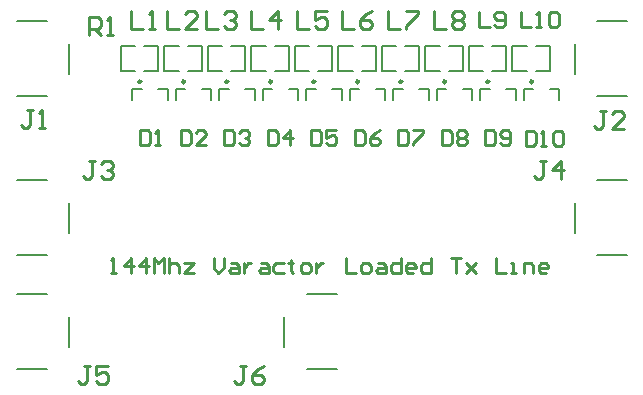
<source format=gto>
G04*
G04 #@! TF.GenerationSoftware,Altium Limited,Altium Designer,20.0.13 (296)*
G04*
G04 Layer_Color=65535*
%FSLAX23Y23*%
%MOIN*%
G70*
G01*
G75*
%ADD10C,0.010*%
%ADD11C,0.008*%
%ADD12C,0.005*%
%ADD13C,0.010*%
D10*
X1856Y1063D02*
G03*
X1856Y1063I-5J0D01*
G01*
X551D02*
G03*
X551Y1063I-5J0D01*
G01*
X696D02*
G03*
X696Y1063I-5J0D01*
G01*
X841D02*
G03*
X841Y1063I-5J0D01*
G01*
X986D02*
G03*
X986Y1063I-5J0D01*
G01*
X1131D02*
G03*
X1131Y1063I-5J0D01*
G01*
X1276D02*
G03*
X1276Y1063I-5J0D01*
G01*
X1421D02*
G03*
X1421Y1063I-5J0D01*
G01*
X1566D02*
G03*
X1566Y1063I-5J0D01*
G01*
X1711D02*
G03*
X1711Y1063I-5J0D01*
G01*
D11*
X1826Y1002D02*
Y1038D01*
X1857D01*
X1944Y1002D02*
Y1038D01*
X1913D02*
X1944D01*
X1103Y105D02*
X1202D01*
X1028Y180D02*
Y280D01*
X1103Y355D02*
X1202D01*
X135D02*
X235D01*
X310Y180D02*
Y280D01*
X135Y105D02*
X235D01*
X136Y735D02*
X235D01*
X310Y560D02*
Y660D01*
X136Y485D02*
X235D01*
X2071D02*
X2170D01*
X1995Y560D02*
Y660D01*
X2071Y735D02*
X2170D01*
X135Y1015D02*
X235D01*
X310Y1090D02*
Y1190D01*
X135Y1265D02*
X235D01*
X2070D02*
X2170D01*
X1995Y1090D02*
Y1190D01*
X2070Y1015D02*
X2170D01*
X608Y1038D02*
X639D01*
Y1002D02*
Y1038D01*
X521D02*
X552D01*
X521Y1002D02*
Y1038D01*
X753D02*
X784D01*
Y1002D02*
Y1038D01*
X666D02*
X697D01*
X666Y1002D02*
Y1038D01*
X898D02*
X929D01*
Y1002D02*
Y1038D01*
X811D02*
X842D01*
X811Y1002D02*
Y1038D01*
X1043D02*
X1074D01*
Y1002D02*
Y1038D01*
X956D02*
X987D01*
X956Y1002D02*
Y1038D01*
X1188D02*
X1219D01*
Y1002D02*
Y1038D01*
X1101D02*
X1132D01*
X1101Y1002D02*
Y1038D01*
X1333D02*
X1364D01*
Y1002D02*
Y1038D01*
X1246D02*
X1277D01*
X1246Y1002D02*
Y1038D01*
X1478D02*
X1509D01*
Y1002D02*
Y1038D01*
X1391D02*
X1422D01*
X1391Y1002D02*
Y1038D01*
X1623D02*
X1654D01*
Y1002D02*
Y1038D01*
X1536D02*
X1567D01*
X1536Y1002D02*
Y1038D01*
X1768D02*
X1799D01*
Y1002D02*
Y1038D01*
X1681D02*
X1712D01*
X1681Y1002D02*
Y1038D01*
D12*
X773Y1098D02*
X820D01*
X850Y1182D02*
X897Y1182D01*
Y1098D02*
Y1182D01*
X850Y1098D02*
X897Y1098D01*
X773Y1098D02*
Y1182D01*
X820D01*
X1788D02*
X1835D01*
X1788Y1098D02*
Y1182D01*
X1865Y1098D02*
X1912Y1098D01*
Y1182D01*
X1865Y1182D02*
X1912Y1182D01*
X1788Y1098D02*
X1835D01*
X1643Y1182D02*
X1690D01*
X1643Y1098D02*
Y1182D01*
X1720Y1098D02*
X1767Y1098D01*
Y1182D01*
X1720Y1182D02*
X1767Y1182D01*
X1643Y1098D02*
X1690D01*
X1498Y1182D02*
X1545D01*
X1498Y1098D02*
Y1182D01*
X1575Y1098D02*
X1622Y1098D01*
Y1182D01*
X1575Y1182D02*
X1622Y1182D01*
X1498Y1098D02*
X1545D01*
X1353Y1182D02*
X1400D01*
X1353Y1098D02*
Y1182D01*
X1430Y1098D02*
X1477Y1098D01*
Y1182D01*
X1430Y1182D02*
X1477Y1182D01*
X1353Y1098D02*
X1400D01*
X1208Y1182D02*
X1255D01*
X1208Y1098D02*
Y1182D01*
X1285Y1098D02*
X1332Y1098D01*
Y1182D01*
X1285Y1182D02*
X1332Y1182D01*
X1208Y1098D02*
X1255D01*
X1063Y1182D02*
X1110D01*
X1063Y1098D02*
Y1182D01*
X1140Y1098D02*
X1187Y1098D01*
Y1182D01*
X1140Y1182D02*
X1187Y1182D01*
X1063Y1098D02*
X1110D01*
X918Y1182D02*
X965D01*
X918Y1098D02*
Y1182D01*
X995Y1098D02*
X1042Y1098D01*
Y1182D01*
X995Y1182D02*
X1042Y1182D01*
X918Y1098D02*
X965D01*
X628Y1182D02*
X675D01*
X628Y1098D02*
Y1182D01*
X705Y1098D02*
X752Y1098D01*
Y1182D01*
X705Y1182D02*
X752Y1182D01*
X628Y1098D02*
X675D01*
X483Y1182D02*
X530D01*
X483Y1098D02*
Y1182D01*
X560Y1098D02*
X607Y1098D01*
Y1182D01*
X560Y1182D02*
X607Y1182D01*
X483Y1098D02*
X530D01*
D13*
X1833Y900D02*
Y850D01*
X1858D01*
X1866Y858D01*
Y892D01*
X1858Y900D01*
X1833D01*
X1883Y850D02*
X1899D01*
X1891D01*
Y900D01*
X1883Y892D01*
X1924D02*
X1932Y900D01*
X1949D01*
X1957Y892D01*
Y858D01*
X1949Y850D01*
X1932D01*
X1924Y858D01*
Y892D01*
X900Y115D02*
X880D01*
X890D01*
Y65D01*
X880Y55D01*
X870D01*
X860Y65D01*
X960Y115D02*
X940Y105D01*
X920Y85D01*
Y65D01*
X930Y55D01*
X950D01*
X960Y65D01*
Y75D01*
X950Y85D01*
X920D01*
X380Y115D02*
X360D01*
X370D01*
Y65D01*
X360Y55D01*
X350D01*
X340Y65D01*
X440Y115D02*
X400D01*
Y85D01*
X420Y95D01*
X430D01*
X440Y85D01*
Y65D01*
X430Y55D01*
X410D01*
X400Y65D01*
X395Y800D02*
X375D01*
X385D01*
Y750D01*
X375Y740D01*
X365D01*
X355Y750D01*
X415Y790D02*
X425Y800D01*
X445D01*
X455Y790D01*
Y780D01*
X445Y770D01*
X435D01*
X445D01*
X455Y760D01*
Y750D01*
X445Y740D01*
X425D01*
X415Y750D01*
X1900Y800D02*
X1880D01*
X1890D01*
Y750D01*
X1880Y740D01*
X1870D01*
X1860Y750D01*
X1950Y740D02*
Y800D01*
X1920Y770D01*
X1960D01*
X450Y425D02*
X467D01*
X458D01*
Y475D01*
X450Y467D01*
X517Y425D02*
Y475D01*
X492Y450D01*
X525D01*
X567Y425D02*
Y475D01*
X542Y450D01*
X575D01*
X592Y425D02*
Y475D01*
X608Y458D01*
X625Y475D01*
Y425D01*
X642Y475D02*
Y425D01*
Y450D01*
X650Y458D01*
X667D01*
X675Y450D01*
Y425D01*
X692Y458D02*
X725D01*
X692Y425D01*
X725D01*
X792Y475D02*
Y442D01*
X808Y425D01*
X825Y442D01*
Y475D01*
X850Y458D02*
X867D01*
X875Y450D01*
Y425D01*
X850D01*
X842Y433D01*
X850Y442D01*
X875D01*
X892Y458D02*
Y425D01*
Y442D01*
X900Y450D01*
X908Y458D01*
X917D01*
X950D02*
X966D01*
X975Y450D01*
Y425D01*
X950D01*
X942Y433D01*
X950Y442D01*
X975D01*
X1025Y458D02*
X1000D01*
X991Y450D01*
Y433D01*
X1000Y425D01*
X1025D01*
X1050Y467D02*
Y458D01*
X1041D01*
X1058D01*
X1050D01*
Y433D01*
X1058Y425D01*
X1091D02*
X1108D01*
X1116Y433D01*
Y450D01*
X1108Y458D01*
X1091D01*
X1083Y450D01*
Y433D01*
X1091Y425D01*
X1133Y458D02*
Y425D01*
Y442D01*
X1141Y450D01*
X1150Y458D01*
X1158D01*
X1233Y475D02*
Y425D01*
X1266D01*
X1291D02*
X1308D01*
X1316Y433D01*
Y450D01*
X1308Y458D01*
X1291D01*
X1283Y450D01*
Y433D01*
X1291Y425D01*
X1341Y458D02*
X1358D01*
X1366Y450D01*
Y425D01*
X1341D01*
X1333Y433D01*
X1341Y442D01*
X1366D01*
X1416Y475D02*
Y425D01*
X1391D01*
X1383Y433D01*
Y450D01*
X1391Y458D01*
X1416D01*
X1458Y425D02*
X1441D01*
X1433Y433D01*
Y450D01*
X1441Y458D01*
X1458D01*
X1466Y450D01*
Y442D01*
X1433D01*
X1516Y475D02*
Y425D01*
X1491D01*
X1483Y433D01*
Y450D01*
X1491Y458D01*
X1516D01*
X1583Y475D02*
X1616D01*
X1600D01*
Y425D01*
X1633Y458D02*
X1666Y425D01*
X1650Y442D01*
X1666Y458D01*
X1633Y425D01*
X1733Y475D02*
Y425D01*
X1766D01*
X1783D02*
X1800D01*
X1791D01*
Y458D01*
X1783D01*
X1825Y425D02*
Y458D01*
X1850D01*
X1858Y450D01*
Y425D01*
X1900D02*
X1883D01*
X1875Y433D01*
Y450D01*
X1883Y458D01*
X1900D01*
X1908Y450D01*
Y442D01*
X1875D01*
X765Y1300D02*
Y1240D01*
X805D01*
X825Y1290D02*
X835Y1300D01*
X855D01*
X865Y1290D01*
Y1280D01*
X855Y1270D01*
X845D01*
X855D01*
X865Y1260D01*
Y1250D01*
X855Y1240D01*
X835D01*
X825Y1250D01*
X375Y1220D02*
Y1280D01*
X405D01*
X415Y1270D01*
Y1250D01*
X405Y1240D01*
X375D01*
X395D02*
X415Y1220D01*
X435D02*
X455D01*
X445D01*
Y1280D01*
X435Y1270D01*
X1818Y1295D02*
Y1245D01*
X1851D01*
X1868D02*
X1884D01*
X1876D01*
Y1295D01*
X1868Y1287D01*
X1909D02*
X1918Y1295D01*
X1934D01*
X1943Y1287D01*
Y1253D01*
X1934Y1245D01*
X1918D01*
X1909Y1253D01*
Y1287D01*
X1678Y1295D02*
Y1245D01*
X1712D01*
X1728Y1253D02*
X1737Y1245D01*
X1753D01*
X1762Y1253D01*
Y1287D01*
X1753Y1295D01*
X1737D01*
X1728Y1287D01*
Y1278D01*
X1737Y1270D01*
X1762D01*
X1526Y1300D02*
Y1240D01*
X1566D01*
X1586Y1290D02*
X1596Y1300D01*
X1616D01*
X1626Y1290D01*
Y1280D01*
X1616Y1270D01*
X1626Y1260D01*
Y1250D01*
X1616Y1240D01*
X1596D01*
X1586Y1250D01*
Y1260D01*
X1596Y1270D01*
X1586Y1280D01*
Y1290D01*
X1596Y1270D02*
X1616D01*
X1373Y1300D02*
Y1240D01*
X1413D01*
X1433Y1300D02*
X1473D01*
Y1290D01*
X1433Y1250D01*
Y1240D01*
X1221Y1300D02*
Y1240D01*
X1261D01*
X1321Y1300D02*
X1301Y1290D01*
X1281Y1270D01*
Y1250D01*
X1291Y1240D01*
X1311D01*
X1321Y1250D01*
Y1260D01*
X1311Y1270D01*
X1281D01*
X1069Y1300D02*
Y1240D01*
X1109D01*
X1169Y1300D02*
X1129D01*
Y1270D01*
X1149Y1280D01*
X1159D01*
X1169Y1270D01*
Y1250D01*
X1159Y1240D01*
X1139D01*
X1129Y1250D01*
X917Y1300D02*
Y1240D01*
X957D01*
X1007D02*
Y1300D01*
X977Y1270D01*
X1017D01*
X635Y1300D02*
Y1240D01*
X675D01*
X735D02*
X695D01*
X735Y1280D01*
Y1290D01*
X725Y1300D01*
X705D01*
X695Y1290D01*
X515Y1300D02*
Y1240D01*
X555D01*
X575D02*
X595D01*
X585D01*
Y1300D01*
X575Y1290D01*
X2100Y965D02*
X2080D01*
X2090D01*
Y915D01*
X2080Y905D01*
X2070D01*
X2060Y915D01*
X2160Y905D02*
X2120D01*
X2160Y945D01*
Y955D01*
X2150Y965D01*
X2130D01*
X2120Y955D01*
X190Y970D02*
X170D01*
X180D01*
Y920D01*
X170Y910D01*
X160D01*
X150Y920D01*
X210Y910D02*
X230D01*
X220D01*
Y970D01*
X210Y960D01*
X1698Y901D02*
Y851D01*
X1723D01*
X1731Y859D01*
Y893D01*
X1723Y901D01*
X1698D01*
X1748Y859D02*
X1756Y851D01*
X1773D01*
X1781Y859D01*
Y893D01*
X1773Y901D01*
X1756D01*
X1748Y893D01*
Y884D01*
X1756Y876D01*
X1781D01*
X1553Y901D02*
Y851D01*
X1578D01*
X1586Y859D01*
Y893D01*
X1578Y901D01*
X1553D01*
X1603Y893D02*
X1611Y901D01*
X1628D01*
X1636Y893D01*
Y884D01*
X1628Y876D01*
X1636Y868D01*
Y859D01*
X1628Y851D01*
X1611D01*
X1603Y859D01*
Y868D01*
X1611Y876D01*
X1603Y884D01*
Y893D01*
X1611Y876D02*
X1628D01*
X1408Y901D02*
Y851D01*
X1433D01*
X1441Y859D01*
Y893D01*
X1433Y901D01*
X1408D01*
X1458D02*
X1491D01*
Y893D01*
X1458Y859D01*
Y851D01*
X1263Y901D02*
Y851D01*
X1288D01*
X1296Y859D01*
Y893D01*
X1288Y901D01*
X1263D01*
X1346D02*
X1330Y893D01*
X1313Y876D01*
Y859D01*
X1321Y851D01*
X1338D01*
X1346Y859D01*
Y868D01*
X1338Y876D01*
X1313D01*
X1118Y901D02*
Y851D01*
X1143D01*
X1151Y859D01*
Y893D01*
X1143Y901D01*
X1118D01*
X1201D02*
X1168D01*
Y876D01*
X1185Y884D01*
X1193D01*
X1201Y876D01*
Y859D01*
X1193Y851D01*
X1176D01*
X1168Y859D01*
X973Y901D02*
Y851D01*
X998D01*
X1006Y859D01*
Y893D01*
X998Y901D01*
X973D01*
X1048Y851D02*
Y901D01*
X1023Y876D01*
X1056D01*
X828Y901D02*
Y851D01*
X853D01*
X861Y859D01*
Y893D01*
X853Y901D01*
X828D01*
X878Y893D02*
X886Y901D01*
X903D01*
X911Y893D01*
Y884D01*
X903Y876D01*
X895D01*
X903D01*
X911Y868D01*
Y859D01*
X903Y851D01*
X886D01*
X878Y859D01*
X683Y901D02*
Y851D01*
X708D01*
X716Y859D01*
Y893D01*
X708Y901D01*
X683D01*
X766Y851D02*
X733D01*
X766Y884D01*
Y893D01*
X758Y901D01*
X741D01*
X733Y893D01*
X547Y901D02*
Y851D01*
X572D01*
X580Y859D01*
Y893D01*
X572Y901D01*
X547D01*
X597Y851D02*
X614D01*
X605D01*
Y901D01*
X597Y893D01*
M02*

</source>
